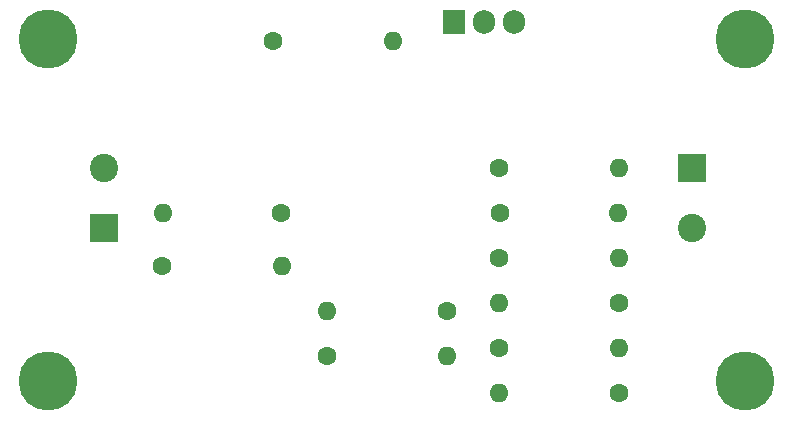
<source format=gbs>
G04 #@! TF.GenerationSoftware,KiCad,Pcbnew,8.0.0*
G04 #@! TF.CreationDate,2024-03-03T11:24:10+11:00*
G04 #@! TF.ProjectId,BatteryCharger,42617474-6572-4794-9368-61726765722e,rev?*
G04 #@! TF.SameCoordinates,Original*
G04 #@! TF.FileFunction,Soldermask,Bot*
G04 #@! TF.FilePolarity,Negative*
%FSLAX46Y46*%
G04 Gerber Fmt 4.6, Leading zero omitted, Abs format (unit mm)*
G04 Created by KiCad (PCBNEW 8.0.0) date 2024-03-03 11:24:10*
%MOMM*%
%LPD*%
G01*
G04 APERTURE LIST*
%ADD10R,2.400000X2.400000*%
%ADD11C,2.400000*%
%ADD12C,5.000000*%
%ADD13C,1.600000*%
%ADD14O,1.600000X1.600000*%
%ADD15R,1.905000X2.000000*%
%ADD16O,1.905000X2.000000*%
G04 APERTURE END LIST*
D10*
X153480000Y-100965000D03*
D11*
X153480000Y-106045000D03*
D12*
X99000000Y-90000000D03*
D13*
X118665000Y-104775000D03*
D14*
X108665000Y-104775000D03*
D13*
X137240000Y-104775000D03*
D14*
X147240000Y-104775000D03*
D12*
X158000000Y-90000000D03*
D13*
X137160000Y-100965000D03*
D14*
X147320000Y-100965000D03*
D13*
X108585000Y-109220000D03*
D14*
X118745000Y-109220000D03*
D13*
X118015000Y-90170000D03*
D14*
X128175000Y-90170000D03*
D13*
X137160000Y-116205000D03*
D14*
X147320000Y-116205000D03*
D10*
X103695000Y-106045000D03*
D11*
X103695000Y-100965000D03*
D13*
X137160000Y-108585000D03*
D14*
X147320000Y-108585000D03*
D12*
X158000000Y-119000000D03*
D13*
X147320000Y-112395000D03*
D14*
X137160000Y-112395000D03*
D12*
X99000000Y-119000000D03*
D13*
X122555000Y-116840000D03*
D14*
X132715000Y-116840000D03*
D13*
X147320000Y-120015000D03*
D14*
X137160000Y-120015000D03*
D13*
X132715000Y-113030000D03*
D14*
X122555000Y-113030000D03*
D15*
X133350000Y-88575000D03*
D16*
X135890000Y-88575000D03*
X138430000Y-88575000D03*
M02*

</source>
